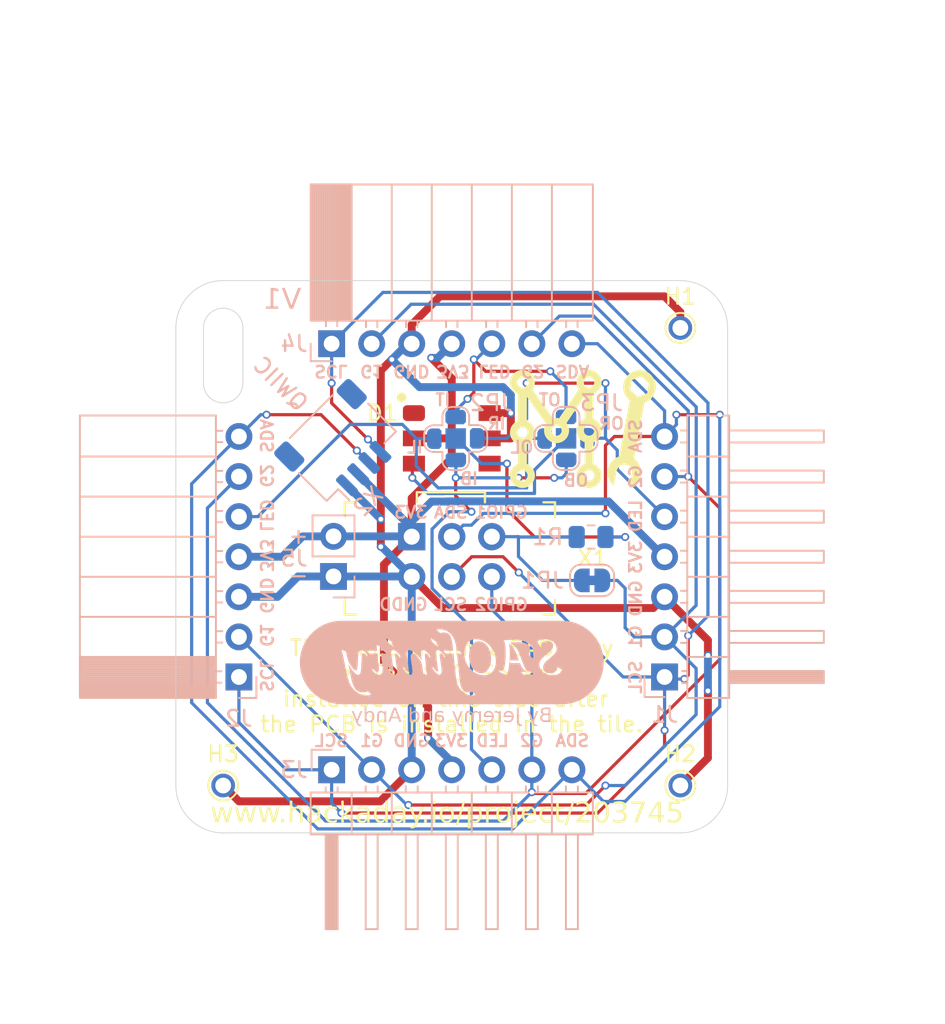
<source format=kicad_pcb>
(kicad_pcb (version 20240108) (generator "pcbnew") (generator_version "8.0")
  (title_block (title "SAO Demo Controller") (date "2024-09-24") (rev "1.0") (company "Machine Ideas, LLC") (comment 1 "Andy Geppert"))
  (layers (0 "F.Cu" signal) (31 "B.Cu" signal) (34 "B.Paste" user) (35 "F.Paste" user) (36 "B.SilkS" user "B.Silkscreen") (37 "F.SilkS" user "F.Silkscreen") (38 "B.Mask" user) (39 "F.Mask" user) (44 "Edge.Cuts" user))
  (net 0 "")
  (net 1 "GND")
  (net 2 "GPIO_2")
  (net 3 "3V3")
  (net 4 "GPIO_1")
  (net 5 "SCL")
  (net 6 "SDA")
  (net 7 "Net-(D1-DOUT)")
  (net 8 "Net-(D1-DIN)")
  (net 10 "LED_LFT")
  (net 11 "LED_RGT")
  (net 12 "LED_BOT")
  (net 13 "LED_TOP")
  (net 14 "Net-(JP1-A)")
  (footprint "Andy_Footprint_Library:Badgelife-SAOv169-BADGE-2x3-no-front-text-yes-front-outline" (layer "F.Cu") (at 105.9682 147.5251)
    (property "Reference" "X1" (at 8.94 0.08 0) (layer "F.SilkS"))
    (property "Value" "SAO_conn")
    (fp_text user "GNDD" (at -3.06 3.028 0) (layer "B.SilkS") (effects (font (size 0.75 0.75)) (justify mirror)))
    (fp_text user "SDA" (at -0.06 -2.814 0) (layer "B.SilkS") (effects (font (size 0.75 0.75)) (justify mirror)))
    (fp_text user "SCL" (at -0.06 3.028 0) (layer "B.SilkS") (effects (font (size 0.75 0.75)) (justify mirror)))
    (fp_text user "GPIO2" (at 3.14 3.028 0) (layer "B.SilkS") (effects (font (size 0.75 0.75)) (justify mirror)))
    (fp_text user "3V3" (at -2.6 -2.814 0) (layer "B.SilkS") (effects (font (size 0.75 0.75)) (justify mirror)))
    (fp_text user "GPIO1" (at 3.14 -2.814 0) (layer "B.SilkS") (effects (font (size 0.75 0.75)) (justify mirror)))
    (pad "1" thru_hole rect (at -2.54 -1.27 270) (size 1.7272 1.7272) (drill 1.016) (layers "*.Cu" "*.Mask") (net 3 "3V3"))
    (pad "2" thru_hole circle (at -2.54 1.27 270) (size 1.7272 1.7272) (drill 1.016) (layers "*.Cu" "*.Mask") (net 1 "GND"))
    (pad "3" thru_hole oval (at 0 -1.27 270) (size 1.7272 1.7272) (drill 1.016) (layers "*.Cu" "*.Mask") (net 6 "SDA"))
    (pad "4" thru_hole oval (at 0 1.27 270) (size 1.7272 1.7272) (drill 1.016) (layers "*.Cu" "*.Mask") (net 5 "SCL"))
    (pad "5" thru_hole circle (at 2.54 -1.27 270) (size 1.7272 1.7272) (drill 1.016) (layers "*.Cu" "*.Mask") (net 14 "Net-(JP1-A)"))
    (pad "6" thru_hole circle (at 2.54 1.27 270) (size 1.7272 1.7272) (drill 1.016) (layers "*.Cu" "*.Mask") (net 2 "GPIO_2"))
  )
  (footprint "Andy_Footprint_Library:Machine_Ideas_logo" (layer "F.Cu") (at 114.7182 139.6901)
    (property "Reference" "L1" (hide yes))
    (property "Value" "~" (hide yes))
  )
  (footprint "Andy_Footprint_Library:TestPoint_THTPad_D1.5mm_Drill1.0mm" (layer "F.Cu") (at 91.4682 162.0251)
    (property "Reference" "H3" (at 0 -1.998 0) (layer "F.SilkS"))
    (property "Value" "MountingHole_Pad")
    (pad "1" thru_hole circle (at 0 0) (size 1.5 1.5) (drill 1) (layers "*.Cu" "*.Mask") (net 1 "GND"))
  )
  (footprint "Andy_Footprint_Library:TestPoint_THTPad_D1.5mm_Drill1.0mm" (layer "F.Cu") (at 120.4682 162.0251)
    (property "Reference" "H2" (at 0 -1.998 0) (layer "F.SilkS"))
    (property "Value" "MountingHole_Pad")
    (pad "1" thru_hole circle (at 0 0) (size 1.5 1.5) (drill 1) (layers "*.Cu" "*.Mask") (net 1 "GND"))
  )
  (footprint "Andy_Footprint_Library:TestPoint_THTPad_D1.5mm_Drill1.0mm" (layer "F.Cu") (at 120.4682 133.0251)
    (property "Reference" "H1" (at 0 -1.998 0) (layer "F.SilkS"))
    (property "Value" "MountingHole_Pad")
    (pad "1" thru_hole circle (at 0 0) (size 1.5 1.5) (drill 1) (layers "*.Cu" "*.Mask") (net 1 "GND"))
  )
  (footprint "Andy_Footprint_Library:LED_WS2813_PLCC6_5.0x5.0mm_P1.6mm_Core64_Abg_Mod" (layer "F.Cu") (at 105.9682 140.0251)
    (property "Reference" "D1" (at -4.4 -1.6 0) (layer "F.SilkS"))
    (property "Value" "WS2813C")
    (pad "1" smd roundrect (at -2.4 -1.6) (size 1.4 1) (layers "F.Cu" "F.Paste" "F.Mask"))
    (pad "2" smd rect (at -2.4 0) (size 1.4 1) (layers "F.Cu" "F.Paste" "F.Mask") (net 3 "3V3"))
    (pad "3" smd rect (at -2.4 1.6) (size 1.4 1) (layers "F.Cu" "F.Paste" "F.Mask") (net 7 "Net-(D1-DOUT)"))
    (pad "4" smd rect (at 2.4 1.6) (size 1.4 1) (layers "F.Cu" "F.Paste" "F.Mask") (net 8 "Net-(D1-DIN)"))
    (pad "5" smd rect (at 2.4 0) (size 1.4 1) (layers "F.Cu" "F.Paste" "F.Mask") (net 1 "GND"))
    (pad "6" smd rect (at 2.4 -1.6) (size 1.4 1) (layers "F.Cu" "F.Paste" "F.Mask") (net 1 "GND"))
  )
  (footprint "Connector_PinSocket_2.54mm:PinSocket_1x02_P2.54mm_Vertical" (layer "B.Cu") (at 98.4682 148.7751)
    (property "Reference" "J5" (at -2.5 -1.15 180) (layer "B.SilkS") (effects (justify mirror)))
    (property "Value" "Conn_01x02_Pin")
    (pad "1" thru_hole rect (at 0 0) (size 1.7 1.7) (drill 1) (layers "*.Cu" "*.Mask") (net 1 "GND"))
    (pad "2" thru_hole oval (at 0 -2.54) (size 1.7 1.7) (drill 1) (layers "*.Cu" "*.Mask") (net 3 "3V3"))
  )
  (footprint "Connector_PinSocket_2.54mm:PinSocket_1x07_P2.54mm_Horizontal" (layer "B.Cu") (at 92.4682 155.1451)
    (property "Reference" "J2" (at 0 2.63 0) (layer "B.SilkS") (effects (justify mirror)))
    (property "Value" "Conn_01x07_Socket")
    (pad "1" thru_hole rect (at 0 0) (size 1.7 1.7) (drill 1) (layers "*.Cu" "*.Mask") (net 5 "SCL"))
    (pad "2" thru_hole oval (at 0 -2.54) (size 1.7 1.7) (drill 1) (layers "*.Cu" "*.Mask") (net 4 "GPIO_1"))
    (pad "3" thru_hole oval (at 0 -5.08) (size 1.7 1.7) (drill 1) (layers "*.Cu" "*.Mask") (net 1 "GND"))
    (pad "4" thru_hole oval (at 0 -7.62) (size 1.7 1.7) (drill 1) (layers "*.Cu" "*.Mask") (net 3 "3V3"))
    (pad "5" thru_hole oval (at 0 -10.16) (size 1.7 1.7) (drill 1) (layers "*.Cu" "*.Mask") (net 10 "LED_LFT"))
    (pad "6" thru_hole oval (at 0 -12.7) (size 1.7 1.7) (drill 1) (layers "*.Cu" "*.Mask") (net 2 "GPIO_2"))
    (pad "7" thru_hole oval (at 0 -15.24) (size 1.7 1.7) (drill 1) (layers "*.Cu" "*.Mask") (net 6 "SDA"))
  )
  (footprint "Andy_Footprint_Library:SolderJumper-5_P1.3mm_Open_RoundedPad1.0x1.5mm_NumberLabels" (layer "B.Cu") (at 106.2182 140.0351 180)
    (property "Reference" "JP2" (at -2.25 2.26 0) (layer "B.SilkS") (effects (justify mirror)))
    (property "Value" "SolderJumper_5_Open")
    (fp_poly (pts (xy 0.9 0.49) (xy 1.05 0.64) (xy 1.5 0.64) (xy 1.5 -0.66) (xy 1.05 -0.66) (xy 0.9 -0.51)) (fill solid) (layer "B.Cu"))
    (fp_poly (pts (xy 0.49 -0.9) (xy 0.64 -1.05) (xy 0.64 -1.5) (xy -0.66 -1.5) (xy -0.66 -1.05) (xy -0.51 -0.9)) (fill solid) (layer "B.Cu"))
    (fp_poly (pts (xy -0.5 0.9) (xy -0.65 1.05) (xy -0.65 1.5) (xy 0.65 1.5) (xy 0.65 1.05) (xy 0.5 0.9)) (fill solid) (layer "B.Cu"))
    (fp_poly (pts (xy -0.9 -0.49) (xy -1.05 -0.64) (xy -1.5 -0.64) (xy -1.5 0.66) (xy -1.05 0.66) (xy -0.9 0.51)) (fill solid) (layer "B.Cu"))
    (pad "1" smd roundrect (at 0 1.5 180) (size 1.3 0.65) (layers "B.Cu" "B.Mask") (roundrect_rratio 0.4) (net 13 "LED_TOP"))
    (pad "2" smd roundrect (at 1.5 -0.01 270) (size 1.3 0.65) (layers "B.Cu" "B.Mask") (roundrect_rratio 0.5) (net 10 "LED_LFT"))
    (pad "3" smd roundrect (at -0.01 -1.5) (size 1.3 0.65) (layers "B.Cu" "B.Mask") (roundrect_rratio 0.5) (net 12 "LED_BOT"))
    (pad "4" smd roundrect (at -1.5 0.01 90) (size 1.3 0.65) (layers "B.Cu" "B.Mask") (roundrect_rratio 0.5) (net 11 "LED_RGT"))
    (pad "5" smd rect (at 0 0 180) (size 1.3 1.3) (layers "B.Cu" "B.Mask") (net 8 "Net-(D1-DIN)"))
  )
  (footprint "Andy_Footprint_Library:SolderJumper-5_P1.3mm_Open_RoundedPad1.0x1.5mm_NumberLabels" (layer "B.Cu") (at 113.2182 140.0251 180)
    (property "Reference" "JP3" (at -2.25 2.25 0) (layer "B.SilkS") (effects (justify mirror)))
    (property "Value" "SolderJumper_5_Open")
    (fp_poly (pts (xy 0.9 0.49) (xy 1.05 0.64) (xy 1.5 0.64) (xy 1.5 -0.66) (xy 1.05 -0.66) (xy 0.9 -0.51)) (fill solid) (layer "B.Cu"))
    (fp_poly (pts (xy 0.49 -0.9) (xy 0.64 -1.05) (xy 0.64 -1.5) (xy -0.66 -1.5) (xy -0.66 -1.05) (xy -0.51 -0.9)) (fill solid) (layer "B.Cu"))
    (fp_poly (pts (xy -0.5 0.9) (xy -0.65 1.05) (xy -0.65 1.5) (xy 0.65 1.5) (xy 0.65 1.05) (xy 0.5 0.9)) (fill solid) (layer "B.Cu"))
    (fp_poly (pts (xy -0.9 -0.49) (xy -1.05 -0.64) (xy -1.5 -0.64) (xy -1.5 0.66) (xy -1.05 0.66) (xy -0.9 0.51)) (fill solid) (layer "B.Cu"))
    (pad "1" smd roundrect (at 0 1.5 180) (size 1.3 0.65) (layers "B.Cu" "B.Mask") (roundrect_rratio 0.4) (net 13 "LED_TOP"))
    (pad "2" smd roundrect (at 1.5 -0.01 270) (size 1.3 0.65) (layers "B.Cu" "B.Mask") (roundrect_rratio 0.5) (net 10 "LED_LFT"))
    (pad "3" smd roundrect (at -0.01 -1.5) (size 1.3 0.65) (layers "B.Cu" "B.Mask") (roundrect_rratio 0.5) (net 12 "LED_BOT"))
    (pad "4" smd roundrect (at -1.5 0.01 90) (size 1.3 0.65) (layers "B.Cu" "B.Mask") (roundrect_rratio 0.5) (net 11 "LED_RGT"))
    (pad "5" smd rect (at 0 0 180) (size 1.3 1.3) (layers "B.Cu" "B.Mask") (net 7 "Net-(D1-DOUT)"))
  )
  (footprint "Connector_PinSocket_2.54mm:PinSocket_1x07_P2.54mm_Horizontal" (layer "B.Cu") (at 98.3482 134.0251 -90)
    (property "Reference" "J4" (at 0 2.38 180) (layer "B.SilkS") (effects (justify mirror)))
    (property "Value" "Conn_01x07_Socket")
    (pad "1" thru_hole rect (at 0 0 270) (size 1.7 1.7) (drill 1) (layers "*.Cu" "*.Mask") (net 5 "SCL"))
    (pad "2" thru_hole oval (at 0 -2.54 270) (size 1.7 1.7) (drill 1) (layers "*.Cu" "*.Mask") (net 4 "GPIO_1"))
    (pad "3" thru_hole oval (at 0 -5.08 270) (size 1.7 1.7) (drill 1) (layers "*.Cu" "*.Mask") (net 1 "GND"))
    (pad "4" thru_hole oval (at 0 -7.62 270) (size 1.7 1.7) (drill 1) (layers "*.Cu" "*.Mask") (net 3 "3V3"))
    (pad "5" thru_hole oval (at 0 -10.16 270) (size 1.7 1.7) (drill 1) (layers "*.Cu" "*.Mask") (net 13 "LED_TOP"))
    (pad "6" thru_hole oval (at 0 -12.7 270) (size 1.7 1.7) (drill 1) (layers "*.Cu" "*.Mask") (net 2 "GPIO_2"))
    (pad "7" thru_hole oval (at 0 -15.24 270) (size 1.7 1.7) (drill 1) (layers "*.Cu" "*.Mask") (net 6 "SDA"))
  )
  (footprint "kibuzzard-68D4AC2E" (layer "B.Cu") (at 105.9682 154.2251 180)
    (property "Reference" "kibuzzard-68D4AC2E" (hide yes))
    (property "Value" "G***" (hide yes))
  )
  (footprint "Connector_PinHeader_2.54mm:PinHeader_1x07_P2.54mm_Horizontal" (layer "B.Cu") (at 119.4682 155.1451)
    (property "Reference" "J1" (at 0 2.38 0) (layer "B.SilkS") (effects (justify mirror)))
    (property "Value" "Conn_01x07_Pin")
    (pad "1" thru_hole rect (at 0 0) (size 1.7 1.7) (drill 1) (layers "*.Cu" "*.Mask") (net 5 "SCL"))
    (pad "2" thru_hole oval (at 0 -2.54) (size 1.7 1.7) (drill 1) (layers "*.Cu" "*.Mask") (net 4 "GPIO_1"))
    (pad "3" thru_hole oval (at 0 -5.08) (size 1.7 1.7) (drill 1) (layers "*.Cu" "*.Mask") (net 1 "GND"))
    (pad "4" thru_hole oval (at 0 -7.62) (size 1.7 1.7) (drill 1) (layers "*.Cu" "*.Mask") (net 3 "3V3"))
    (pad "5" thru_hole oval (at 0 -10.16) (size 1.7 1.7) (drill 1) (layers "*.Cu" "*.Mask") (net 11 "LED_RGT"))
    (pad "6" thru_hole oval (at 0 -12.7) (size 1.7 1.7) (drill 1) (layers "*.Cu" "*.Mask") (net 2 "GPIO_2"))
    (pad "7" thru_hole oval (at 0 -15.24) (size 1.7 1.7) (drill 1) (layers "*.Cu" "*.Mask") (net 6 "SDA"))
  )
  (footprint "Connector_JST:JST_SH_SM04B-SRSS-TB_1x04-1MP_P1.00mm_Horizontal" (layer "B.Cu") (at 98.9682 140.5251 45)
    (property "Reference" "X2" (at -1.272792 3.676955 45) (layer "B.SilkS") (effects (justify mirror)))
    (property "Value" "QWIIC")
    (pad "1" smd roundrect (at -1.5 2 45) (size 0.6 1.55) (layers "B.Cu" "B.Paste" "B.Mask") (net 1 "GND"))
    (pad "2" smd roundrect (at -0.5 2 45) (size 0.6 1.55) (layers "B.Cu" "B.Paste" "B.Mask") (net 3 "3V3"))
    (pad "3" smd roundrect (at 0.5 2 45) (size 0.6 1.55) (layers "B.Cu" "B.Paste" "B.Mask") (net 6 "SDA"))
    (pad "4" smd roundrect (at 1.5 2 45) (size 0.6 1.55) (layers "B.Cu" "B.Paste" "B.Mask") (net 5 "SCL"))
    (pad "MP" smd roundrect (at -2.8 -1.875 45) (size 1.2 1.8) (layers "B.Cu" "B.Paste" "B.Mask") (roundrect_rratio 0.208333))
    (pad "MP" smd roundrect (at 2.8 -1.875 45) (size 1.2 1.8) (layers "B.Cu" "B.Paste" "B.Mask") (roundrect_rratio 0.208333))
  )
  (footprint "Connector_PinHeader_2.54mm:PinHeader_1x07_P2.54mm_Horizontal" (layer "B.Cu") (at 98.3482 161.0251 -90)
    (property "Reference" "J3" (at 0 2.38 180) (layer "B.SilkS") (effects (justify mirror)))
    (property "Value" "Conn_01x07_Pin")
    (pad "1" thru_hole rect (at 0 0 270) (size 1.7 1.7) (drill 1) (layers "*.Cu" "*.Mask") (net 5 "SCL"))
    (pad "2" thru_hole oval (at 0 -2.54 270) (size 1.7 1.7) (drill 1) (layers "*.Cu" "*.Mask") (net 4 "GPIO_1"))
    (pad "3" thru_hole oval (at 0 -5.08 270) (size 1.7 1.7) (drill 1) (layers "*.Cu" "*.Mask") (net 1 "GND"))
    (pad "4" thru_hole oval (at 0 -7.62 270) (size 1.7 1.7) (drill 1) (layers "*.Cu" "*.Mask") (net 3 "3V3"))
    (pad "5" thru_hole oval (at 0 -10.16 270) (size 1.7 1.7) (drill 1) (layers "*.Cu" "*.Mask") (net 12 "LED_BOT"))
    (pad "6" thru_hole oval (at 0 -12.7 270) (size 1.7 1.7) (drill 1) (layers "*.Cu" "*.Mask") (net 2 "GPIO_2"))
    (pad "7" thru_hole oval (at 0 -15.24 270) (size 1.7 1.7) (drill 1) (layers "*.Cu" "*.Mask") (net 6 "SDA"))
  )
  (footprint "Jumper:SolderJumper-2_P1.3mm_Bridged_RoundedPad1.0x1.5mm" (layer "B.Cu") (at 114.8682 149.0251)
    (property "Reference" "JP1" (at -3.15 0 0) (layer "B.SilkS") (effects (justify mirror)))
    (property "Value" "SJ_GPIO1")
    (fp_poly (pts (xy 0.25 0.3) (xy -0.25 0.3) (xy -0.25 -0.3) (xy 0.25 -0.3)) (fill solid) (layer "B.Cu"))
    (pad "1" smd custom (at -0.65 0) (size 1 0.5) (layers "B.Cu" "B.Mask") (net 14 "Net-(JP1-A)") (options (clearance outline) (anchor rect)) (primitives (gr_circle (center 0 -0.25) (end 0.5 -0.25) (width 0) (fill yes)) (gr_circle (center 0 0.25) (end 0.5 0.25) (width 0) (fill yes)) (gr_poly (pts (xy 0.5 -0.75) (xy 0 -0.75) (xy 0 0.75) (xy 0.5 0.75)) (width 0) (fill yes))))
    (pad "2" smd custom (at 0.65 0) (size 1 0.5) (layers "B.Cu" "B.Mask") (net 4 "GPIO_1") (options (clearance outline) (anchor rect)) (primitives (gr_circle (center 0 -0.25) (end 0.5 -0.25) (width 0) (fill yes)) (gr_circle (center 0 0.25) (end 0.5 0.25) (width 0) (fill yes)) (gr_poly (pts (xy 0 -0.75) (xy -0.5 -0.75) (xy -0.5 0.75) (xy 0 0.75)) (width 0) (fill yes))))
  )
  (footprint "Resistor_SMD:R_0805_2012Metric" (layer "B.Cu") (at 114.8057 146.2751)
    (property "Reference" "R1" (at -2.75 0 0) (layer "B.SilkS") (effects (justify mirror)))
    (property "Value" "470")
    (pad "1" smd roundrect (at -0.9125 0) (size 1.025 1.4) (layers "B.Cu" "B.Paste" "B.Mask") (roundrect_rratio 0.243902) (net 14 "Net-(JP1-A)"))
    (pad "2" smd roundrect (at 0.9125 0) (size 1.025 1.4) (layers "B.Cu" "B.Paste" "B.Mask") (roundrect_rratio 0.243902) (net 8 "Net-(D1-DIN)"))
  )
  (gr_line (start 88.4682 133.0251) (end 88.4682 162.0251) (stroke (width 0.05)) (layer "Edge.Cuts"))
  (gr_line (start 90.2182 136.5251) (end 90.2182 133.0251) (stroke (width 0.05)) (layer "Edge.Cuts"))
  (gr_arc (start 92.7182 136.5251) (mid 91.4682 137.7751) (end 90.2182 136.5251) (stroke (width 0.05)) (layer "Edge.Cuts"))
  (gr_arc (start 120.4682 130.0251) (mid 122.58952 130.90378) (end 123.4682 133.0251) (stroke (width 0.05)) (layer "Edge.Cuts"))
  (gr_line (start 123.4682 162.0251) (end 123.4682 133.0251) (stroke (width 0.05)) (layer "Edge.Cuts"))
  (gr_line (start 91.4682 165.0251) (end 120.4682 165.0251) (stroke (width 0.05)) (layer "Edge.Cuts"))
  (gr_arc (start 123.4682 162.0251) (mid 122.58952 164.14642) (end 120.4682 165.0251) (stroke (width 0.05)) (layer "Edge.Cuts"))
  (gr_line (start 120.4682 130.0251) (end 91.4682 130.0251) (stroke (width 0.05)) (layer "Edge.Cuts"))
  (gr_arc (start 90.2182 133.0251) (mid 91.4682 131.7751) (end 92.7182 133.0251) (stroke (width 0.05)) (layer "Edge.Cuts"))
  (gr_arc (start 88.4682 133.0251) (mid 89.34688 130.90378) (end 91.4682 130.0251) (stroke (width 0.05)) (layer "Edge.Cuts"))
  (gr_arc (start 91.4682 165.0251) (mid 89.34688 164.14642) (end 88.4682 162.0251) (stroke (width 0.05)) (layer "Edge.Cuts"))
  (gr_line (start 92.7182 133.0251) (end 92.7182 136.5251) (stroke (width 0.05)) (layer "Edge.Cuts"))
  (gr_text "SCL" (at 93.7682 156.1751 -90) (layer "B.SilkS") (effects (font (size 0.75 0.75)) (justify left bottom mirror)))
  (gr_text "SDA" (at 118.0682 138.7251 90) (layer "B.SilkS") (effects (font (size 0.75 0.75)) (justify left bottom mirror)))
  (gr_text "LED" (at 118.0682 143.8251 90) (layer "B.SilkS") (effects (font (size 0.75 0.75)) (justify left bottom mirror)))
  (gr_text "+" (at 96.9682 146.7751 0) (layer "B.SilkS") (effects (font (size 1 1)) (justify left bottom mirror)))
  (gr_text "SCL" (at 118.0682 154.0251 90) (layer "B.SilkS") (effects (font (size 0.75 0.75)) (justify left bottom mirror)))
  (gr_text "GND" (at 104.6682 159.6251 0) (layer "B.SilkS") (effects (font (size 0.75 0.75)) (justify left bottom mirror)))
  (gr_text "SDA" (at 93.7682 141.0251 -90) (layer "B.SilkS") (effects (font (size 0.75 0.75)) (justify left bottom mirror)))
  (gr_text "SCL" (at 97.1682 135.3251 180) (layer "B.SilkS") (effects (font (size 0.75 0.75)) (justify left bottom mirror)))
  (gr_text "G2" (at 118.0682 141.6251 90) (layer "B.SilkS") (effects (font (size 0.75 0.75)) (justify left bottom mirror)))
  (gr_text "G1" (at 93.7682 153.3251 -90) (layer "B.SilkS") (effects (font (size 0.75 0.75)) (justify left bottom mirror)))
  (gr_text "IT" (at 105.9682 138.0251 0) (layer "B.SilkS") (effects (font (size 0.75 0.75)) (justify left bottom mirror)))
  (gr_text "OT" (at 112.9682 138.0251 0) (layer "B.SilkS") (effects (font (size 0.75 0.75)) (justify left bottom mirror)))
  (gr_text "G1" (at 100.0682 135.3251 180) (layer "B.SilkS") (effects (font (size 0.75 0.75)) (justify left bottom mirror)))
  (gr_text "G1" (at 118.0682 151.7751 90) (layer "B.SilkS") (effects (font (size 0.75 0.75)) (justify left bottom mirror)))
  (gr_text "V1" (at 95.2182 131.2751 0) (layer "B.SilkS") (effects (font (size 1.3 1.3) (thickness 0.2032)) (justify mirror)))
  (gr_text "3V3" (at 107.0682 159.6251 0) (layer "B.SilkS") (effects (font (size 0.75 0.75)) (justify left bottom mirror)))
  (gr_text "3V3" (at 118.0682 146.4251 90) (layer "B.SilkS") (effects (font (size 0.75 0.75)) (justify left bottom mirror)))
  (gr_text "SDA" (at 112.4682 135.3251 180) (layer "B.SilkS") (effects (font (size 0.75 0.75)) (justify left bottom mirror)))
  (gr_text "IB" (at 107.7182 143.0251 0) (layer "B.SilkS") (effects (font (size 0.75 0.75)) (justify left bottom mirror)))
  (gr_text "IL" (at 104.2182 141.0251 0) (layer "B.SilkS") (effects (font (size 0.75 0.75)) (justify left bottom mirror)))
  (gr_text "G2" (at 110.2682 135.3251 180) (layer "B.SilkS") (effects (font (size 0.75 0.75)) (justify left bottom mirror)))
  (gr_text "GND" (at 102.1682 135.3251 180) (layer "B.SilkS") (effects (font (size 0.75 0.75)) (justify left bottom mirror)))
  (gr_text "3V3" (at 93.7682 148.5751 -90) (layer "B.SilkS") (effects (font (size 0.75 0.75)) (justify left bottom mirror)))
  (gr_text "G1" (at 101.7182 159.6251 0) (layer "B.SilkS") (effects (font (size 0.75 0.75)) (justify left bottom mirror)))
  (gr_text "G2" (at 93.7682 143.2251 -90) (layer "B.SilkS") (effects (font (size 0.75 0.75)) (justify left bottom mirror)))
  (gr_text "OL" (at 111.2182 141.0251 0) (layer "B.SilkS") (effects (font (size 0.75 0.75)) (justify left bottom mirror)))
  (gr_text "LED" (at 107.5682 135.3251 180) (layer "B.SilkS") (effects (font (size 0.75 0.75)) (justify left bottom mirror)))
  (gr_text "OR" (at 116.9682 139.5251 0) (layer "B.SilkS") (effects (font (size 0.75 0.75)) (justify left bottom mirror)))
  (gr_text "3V3" (at 104.9182 135.3251 180) (layer "B.SilkS") (effects (font (size 0.75 0.75)) (justify left bottom mirror)))
  (gr_text "SDA" (at 114.7682 159.6251 0) (layer "B.SilkS") (effects (font (size 0.75 0.75)) (justify left bottom mirror)))
  (gr_text "OB" (at 114.7182 143.1251 0) (layer "B.SilkS") (effects (font (size 0.75 0.75)) (justify left bottom mirror)))
  (gr_text "QWIIC" (at 96.2182 138.5251 -45) (layer "B.SilkS") (effects (font (size 1 1)) (justify left bottom mirror)))
  (gr_text "-" (at 96.9682 149.2751 0) (layer "B.SilkS") (effects (font (size 1 1)) (justify left bottom mirror)))
  (gr_text "SCL" (at 99.4682 159.6251 0) (layer "B.SilkS") (effects (font (size 0.75 0.75)) (justify left bottom mirror)))
  (gr_text "GND" (at 93.7682 151.2251 -90) (layer "B.SilkS") (effects (font (size 0.75 0.75)) (justify left bottom mirror)))
  (gr_text "IR" (at 109.4682 139.5251 0) (layer "B.SilkS") (effects (font (size 0.75 0.75)) (justify left bottom mirror)))
  (gr_text "G2" (at 111.8682 159.6251 0) (layer "B.SilkS") (effects (font (size 0.75 0.75)) (justify left bottom mirror)))
  (gr_text "LED" (at 109.6682 159.6251 0) (layer "B.SilkS") (effects (font (size 0.75 0.75)) (justify left bottom mirror)))
  (gr_text "GND" (at 118.0682 148.9251 90) (layer "B.SilkS") (effects (font (size 0.75 0.75)) (justify left bottom mirror)))
  (gr_text "By Jeremy and Andy" (at 105.9682 157.6251 0) (layer "B.SilkS") (effects (font (size 0.9 0.9) (thickness 0.2032)) (justify mirror)))
  (gr_text "LED" (at 93.7682 146.0251 -90) (layer "B.SilkS") (effects (font (size 0.75 0.75)) (justify left bottom mirror)))
  (gr_text "This face against SAOfinity\ntile. The SAO Socket is\ninstalled on this side after \nthe PCB is installed in the tile." (at 105.9682 158.7251 0) (layer "F.SilkS") (effects (font (size 1 1)) (justify bottom)))
  (gr_text "www.hackaday.io/project/203745" (at 105.6682 163.8251 0) (layer "F.SilkS") (effects (font (size 1.3 1.3) (thickness 0.2032))))
  (segment (start 105.2182 131.0251) (end 119.4682 131.0251) (width 0.5) (layer "F.Cu") (net 1))
  (segment (start 102.1682 135.0251) (end 101.4682 135.7251) (width 0.5) (layer "F.Cu") (net 1))
  (segment (start 109.7182 138.4251) (end 108.3682 138.4251) (width 0.5) (layer "F.Cu") (net 1))
  (segment (start 103.4282 161.0251) (end 101.4282 163.0251) (width 0.5) (layer "F.Cu") (net 1))
  (segment (start 122.2182 156.0251) (end 122.2182 160.2751) (width 0.5) (layer "F.Cu") (net 1))
  (segment (start 101.4282 163.0251) (end 92.4682 163.0251) (width 0.5) (layer "F.Cu") (net 1))
  (segment (start 101.4682 146.8915) (end 101.4682 145.146421) (width 0.5) (layer "F.Cu") (net 1))
  (segment (start 118.7582 150.7751) (end 105.4082 150.7751) (width 0.5) (layer "F.Cu") (net 1))
  (segment (start 119.4682 150.0651) (end 118.7582 150.7751) (width 0.5) (layer "F.Cu") (net 1))
  (segment (start 109.7182 140.0251) (end 109.7182 138.4251) (width 0.5) (layer "F.Cu") (net 1))
  (segment (start 101.4682 135.7251) (end 101.4682 145.146421) (width 0.5) (layer "F.Cu") (net 1))
  (segment (start 105.4082 150.7751) (end 103.4282 148.7951) (width 0.5) (layer "F.Cu") (net 1))
  (segment (start 122.2182 160.2751) (end 120.4682 162.0251) (width 0.5) (layer "F.Cu") (net 1))
  (segment (start 119.4682 150.0651) (end 122.2182 152.8151) (width 0.5) (layer "F.Cu") (net 1))
  (segment (start 120.4682 132.0251) (end 120.4682 133.0251) (width 0.5) (layer "F.Cu") (net 1))
  (segment (start 103.4282 134.0251) (end 103.4282 132.8151) (width 0.5) (layer "F.Cu") (net 1))
  (segment (start 92.4682 163.0251) (end 91.4682 162.0251) (width 0.5) (layer "F.Cu") (net 1))
  (segment (start 108.3682 140.0251) (end 109.7182 140.0251) (width 0.5) (layer "F.Cu") (net 1))
  (segment (start 103.4282 132.8151) (end 105.2182 131.0251) (width 0.5) (layer "F.Cu") (net 1))
  (segment (start 122.2182 152.8151) (end 122.2182 153.7751) (width 0.5) (layer "F.Cu") (net 1))
  (segment (start 119.4682 131.0251) (end 120.4682 132.0251) (width 0.5) (layer "F.Cu") (net 1))
  (via (at 122.2182 153.7751) (size 0.508) (drill 0.3048) (layers "F.Cu" "B.Cu") (net 1))
  (via (at 102.1682 135.0251) (size 0.508) (drill 0.3048) (layers "F.Cu" "B.Cu") (net 1))
  (via (at 101.4682 146.8915) (size 0.508) (drill 0.3048) (layers "F.Cu" "B.Cu") (net 1))
  (via (at 109.7182 138.4251) (size 0.508) (drill 0.3048) (layers "F.Cu" "B.Cu") (net 1))
  (via (at 122.2182 156.0251) (size 0.508) (drill 0.3048) (layers "F.Cu" "B.Cu") (net 1))
  (via (at 101.4682 145.146421) (size 0.508) (drill 0.3048) (layers "F.Cu" "B.Cu") (net 1))
  (segment (start 103.4082 148.7751) (end 103.4282 148.7951) (width 0.2032) (layer "B.Cu") (net 1))
  (segment (start 102.1682 135.0251) (end 103.9182 136.7751) (width 0.5) (layer "B.Cu") (net 1))
  (segment (start 109.7182 137.2751) (end 109.7182 138.4251) (width 0.5) (layer "B.Cu") (net 1))
  (segment (start 98.4682 148.7751) (end 103.4082 148.7751) (width 0.5) (layer "B.Cu") (net 1))
  (segment (start 101.4682 145.146421) (end 99.321753 142.999974) (width 0.5) (layer "B.Cu") (net 1))
  (segment (start 122.2182 153.7751) (end 122.2182 156.0251) (width 0.5) (layer "B.Cu") (net 1))
  (segment (start 103.9182 136.7751) (end 109.2182 136.7751) (width 0.5) (layer "B.Cu") (net 1))
  (segment (start 98.4682 148.7751) (end 96.2182 148.7751) (width 0.5) (layer "B.Cu") (net 1))
  (segment (start 103.4282 148.7951) (end 103.4282 161.0251) (width 0.5) (layer "B.Cu") (net 1))
  (segment (start 103.1682 134.0251) (end 103.4282 134.0251) (width 0.5) (layer "B.Cu") (net 1))
  (segment (start 101.5246 146.8915) (end 103.4282 148.7951) (width 0.5) (layer "B.Cu") (net 1))
  (segment (start 102.1682 135.0251) (end 103.1682 134.0251) (width 0.5) (layer "B.Cu") (net 1))
  (segment (start 101.4682 146.8915) (end 101.5246 146.8915) (width 0.5) (layer "B.Cu") (net 1))
  (segment (start 96.2182 148.7751) (end 94.9282 150.0651) (width 0.5) (layer "B.Cu") (net 1))
  (segment (start 109.2182 136.7751) (end 109.7182 137.2751) (width 0.5) (layer "B.Cu") (net 1))
  (segment (start 94.9282 150.0651) (end 92.4682 150.0651) (width 0.5) (layer "B.Cu") (net 1))
  (segment (start 122.9682 154.0251) (end 122.9682 144.4451) (width 0.2032) (layer "F.Cu") (net 2))
  (segment (start 111.1282 162.5251) (end 114.4682 162.5251) (width 0.2032) (layer "F.Cu") (net 2))
  (segment (start 114.4682 162.5251) (end 122.9682 154.0251) (width 0.2032) (layer "F.Cu") (net 2))
  (segment (start 111.0482 162.4451) (end 111.1282 162.5251) (width 0.2032) (layer "F.Cu") (net 2))
  (segment (start 122.9682 144.4451) (end 120.9682 142.4451) (width 0.2032) (layer "F.Cu") (net 2))
  (via (at 120.9682 142.4451) (size 0.508) (drill 0.3048) (layers "F.Cu" "B.Cu") (net 2))
  (via (at 111.0482 162.4451) (size 0.508) (drill 0.3048) (layers "F.Cu" "B.Cu") (net 2))
  (segment (start 120.9682 138.2751) (end 114.9682 132.2751) (width 0.2032) (layer "B.Cu") (net 2))
  (segment (start 108.5082 150.8651) (end 111.0482 153.4051) (width 0.2032) (layer "B.Cu") (net 2))
  (segment (start 120.9682 142.4451) (end 119.4682 142.4451) (width 0.2032) (layer "B.Cu") (net 2))
  (segment (start 111.0482 153.4051) (end 111.0482 161.0251) (width 0.2032) (layer "B.Cu") (net 2))
  (segment (start 111.0482 161.0251) (end 111.0482 162.4451) (width 0.2032) (layer "B.Cu") (net 2))
  (segment (start 108.5082 148.7951) (end 108.5082 150.8651) (width 0.2032) (layer "B.Cu") (net 2))
  (segment (start 90.4682 156.7751) (end 90.4682 144.4451) (width 0.2032) (layer "B.Cu") (net 2))
  (segment (start 120.9682 142.4451) (end 120.9682 138.2751) (width 0.2032) (layer "B.Cu") (net 2))
  (segment (start 90.4682 144.4451) (end 92.4682 142.4451) (width 0.2032) (layer "B.Cu") (net 2))
  (segment (start 112.7982 132.2751) (end 111.0482 134.0251) (width 0.2032) (layer "B.Cu") (net 2))
  (segment (start 109.2182 164.2751) (end 97.9682 164.2751) (width 0.2032) (layer "B.Cu") (net 2))
  (segment (start 97.9682 164.2751) (end 90.4682 156.7751) (width 0.2032) (layer "B.Cu") (net 2))
  (segment (start 111.0482 162.4451) (end 109.2182 164.2751) (width 0.2032) (layer "B.Cu") (net 2))
  (segment (start 114.9682 132.2751) (end 112.7982 132.2751) (width 0.2032) (layer "B.Cu") (net 2))
  (segment (start 105.9682 141.2751) (end 105.9682 140.0251) (width 0.5) (layer "F.Cu") (net 3))
  (segment (start 101.6682 154.2251) (end 101.6682 148.0151) (width 0.5) (layer "F.Cu") (net 3))
  (segment (start 101.6682 148.0151) (end 103.4282 146.2551) (width 0.5) (layer "F.Cu") (net 3))
  (segment (start 104.6682 134.9251) (end 105.9682 136.2251) (width 0.5) (layer "F.Cu") (net 3))
  (segment (start 105.9682 136.2251) (end 105.9682 140.0251) (width 0.5) (layer "F.Cu") (net 3))
  (segment (start 103.5682 140.0251) (end 105.9682 140.0251) (width 0.5) (layer "F.Cu") (net 3))
  (segment (start 103.4282 146.2551) (end 103.4282 143.8151) (width 0.5) (layer "F.Cu") (net 3))
  (segment (start 103.4282 143.8151) (end 105.9682 141.2751) (width 0.5) (layer "F.Cu") (net 3))
  (segment (start 104.4682 157.0251) (end 101.6682 154.2251) (width 0.5) (layer "F.Cu") (net 3))
  (segment (start 104.4682 159.0251) (end 104.4682 157.0251) (width 0.5) (layer "F.Cu") (net 3))
  (via (at 104.6682 134.9251) (size 0.508) (drill 0.3048) (layers "F.Cu" "B.Cu") (net 3))
  (via (at 104.4682 159.0251) (size 0.508) (drill 0.3048) (layers "F.Cu" "B.Cu") (net 3))
  (segment (start 105.9682 160.5251) (end 105.9682 161.0251) (width 0.5) (layer "B.Cu") (net 3))
  (segment (start 95.2182 147.5251) (end 92.4682 147.5251) (width 0.5) (layer "B.Cu") (net 3))
  (segment (start 103.4282 145.692207) (end 103.4282 146.2551) (width 0.5) (layer "B.Cu") (net 3))
  (segment (start 100.02886 142.292867) (end 103.4282 145.692207) (width 0.5) (layer "B.Cu") (net 3))
  (segment (start 98.4682 146.2351) (end 103.4082 146.2351) (width 0.5) (layer "B.Cu") (net 3))
  (segment (start 98.4682 146.2351) (end 96.5082 146.2351) (width 0.5) (layer "B.Cu") (net 3))
  (segment (start 103.4282 146.2551) (end 103.4282 145.2851) (width 0.5) (layer "B.Cu") (net 3))
  (segment (start 104.4682 159.0251) (end 105.9682 160.5251) (width 0.5) (layer "B.Cu") (net 3))
  (segment (start 105.0682 134.9251) (end 105.9682 134.0251) (width 0.5) (layer "B.Cu") (net 3))
  (segment (start 115.9102 144.0171) (end 119.4182 147.5251) (width 0.5) (layer "B.Cu") (net 3))
  (segment (start 103.4282 145.2851) (end 104.6842 144.0291) (width 0.5) (layer "B.Cu") (net 3))
  (segment (start 105.6542 144.0291) (end 105.6662 144.0171) (width 0.5) (layer "B.Cu") (net 3))
  (segment (start 96.5082 146.2351) (end 95.2182 147.5251) (width 0.5) (layer "B.Cu") (net 3))
  (segment (start 103.4082 146.2351) (end 103.4282 146.2551) (width 0.5) (layer "B.Cu") (net 3))
  (segment (start 104.6842 144.0291) (end 105.6542 144.0291) (width 0.5) (layer "B.Cu") (net 3))
  (segment (start 105.6662 144.0171) (end 115.9102 144.0171) (width 0.5) (layer "B.Cu") (net 3))
  (segment (start 104.6682 134.9251) (end 105.0682 134.9251) (width 0.5) (layer "B.Cu") (net 3))
  (segment (start 119.4182 147.5251) (end 119.4682 147.5251) (width 0.5) (layer "B.Cu") (net 3))
  (segment (start 103.2182 163.2591) (end 114.4842 163.2591) (width 0.2032) (layer "F.Cu") (net 4))
  (segment (start 114.4842 163.2591) (end 115.7182 162.0251) (width 0.2032) (layer "F.Cu") (net 4))
  (via (at 115.7182 162.0251) (size 0.508) (drill 0.3048) (layers "F.Cu" "B.Cu") (net 4))
  (via (at 103.2182 163.2591) (size 0.508) (drill 0.3048) (layers "F.Cu" "B.Cu") (net 4))
  (segment (start 119.4682 152.6051) (end 121.4682 150.6051) (width 0.2032) (layer "B.Cu") (net 4))
  (segment (start 119.4682 152.6051) (end 117.5482 152.6051) (width 0.2032) (layer "B.Cu") (net 4))
  (segment (start 116.9682 149.5251) (end 116.4682 149.0251) (width 0.2032) (layer "B.Cu") (net 4))
  (segment (start 103.2182 163.2591) (end 103.1222 163.2591) (width 0.2032) (layer "B.Cu") (net 4))
  (segment (start 92.4682 152.6051) (end 100.8882 161.0251) (width 0.2032) (layer "B.Cu") (net 4))
  (segment (start 121.4682 157.5251) (end 121.4682 154.6051) (width 0.2032) (layer "B.Cu") (net 4))
  (segment (start 116.9682 162.0251) (end 121.4682 157.5251) (width 0.2032) (layer "B.Cu") (net 4))
  (segment (start 103.3882 131.5251) (end 100.8882 134.0251) (width 0.2032) (layer "B.Cu") (net 4))
  (segment (start 115.7182 162.0251) (end 116.9682 162.0251) (width 0.2032) (layer "B.Cu") (net 4))
  (segment (start 121.4682 150.6051) (end 121.4682 142.663521) (width 0.2032) (layer "B.Cu") (net 4))
  (segment (start 116.9682 152.0251) (end 116.9682 149.5251) (width 0.2032) (layer "B.Cu") (net 4))
  (segment (start 121.4682 154.6051) (end 119.4682 152.6051) (width 0.2032) (layer "B.Cu") (net 4))
  (segment (start 100.9682 134.1051) (end 100.8882 134.0251) (width 0.2032) (layer "B.Cu") (net 4))
  (segment (start 121.4682 142.663521) (end 121.4762 142.655521) (width 0.2032) (layer "B.Cu") (net 4))
  (segment (start 121.4762 142.655521) (end 121.4762 138.0331) (width 0.2032) (layer "B.Cu") (net 4))
  (segment (start 116.4682 149.0251) (end 115.5182 149.0251) (width 0.2032) (layer "B.Cu") (net 4))
  (segment (start 121.4762 138.0331) (end 114.9682 131.5251) (width 0.2032) (layer "B.Cu") (net 4))
  (segment (start 114.9682 131.5251) (end 103.3882 131.5251) (width 0.2032) (layer "B.Cu") (net 4))
  (segment (start 103.1222 163.2591) (end 100.8882 161.0251) (width 0.2032) (layer "B.Cu") (net 4))
  (segment (start 117.5482 152.6051) (end 116.9682 152.0251) (width 0.2032) (layer "B.Cu") (net 4))
  (segment (start 109.2182 147.5251) (end 107.2382 147.5251) (width 0.2032) (layer "F.Cu") (net 5))
  (segment (start 115.2262 163.7671) (end 119.4682 159.5251) (width 0.2032) (layer "F.Cu") (net 5))
  (segment (start 120.9682 155.0251) (end 120.7182 155.2751) (width 0.2032) (layer "F.Cu") (net 5))
  (segment (start 98.3482 136.5251) (end 98.3482 137.783779) (width 0.2032) (layer "F.Cu") (net 5))
  (segment (start 119.4682 159.5251) (end 119.4682 158.5251) (width 0.2032) (layer "F.Cu") (net 5))
  (segment (start 107.2382 147.5251) (end 105.9682 148.7951) (width 0.2032) (layer "F.Cu") (net 5))
  (segment (start 100.65386 140.089439) (end 100.65386 140.08944) (width 0.2032) (layer "F.Cu") (net 5))
  (segment (start 98.3482 137.783779) (end 100.65386 140.089439) (width 0.2032) (layer "F.Cu") (net 5))
  (segment (start 98.9682 163.7671) (end 115.2262 163.7671) (width 0.2032) (layer "F.Cu") (net 5))
  (segment (start 110.2182 148.5251) (end 109.2182 147.5251) (width 0.2032) (layer "F.Cu") (net 5))
  (segment (start 120.9682 152.5251) (end 120.9682 155.0251) (width 0.2032) (layer "F.Cu") (net 5))
  (via (at 98.3482 136.5251) (size 0.508) (drill 0.3048) (layers "F.Cu" "B.Cu") (net 5))
  (via (at 119.4682 158.5251) (size 0.508) (drill 0.3048) (layers "F.Cu" "B.Cu") (net 5))
  (via (at 98.9682 163.7671) (size 0.508) (drill 0.3048) (layers "F.Cu" "B.Cu") (net 5))
  (via (at 100.65386 140.08944) (size 0.508) (drill 0.3048) (layers "F.Cu" "B.Cu") (net 5))
  (via (at 120.9682 152.5251) (size 0.508) (drill 0.3048) (layers "F.Cu" "B.Cu") (net 5))
  (via (at 110.2182 148.5251) (size 0.508) (drill 0.3048) (layers "F.Cu" "B.Cu") (net 5))
  (via (at 120.7182 155.2751) (size 0.508) (drill 0.3048) (layers "F.Cu" "B.Cu") (net 5))
  (segment (start 120.9682 152.5251) (end 122.2182 151.2751) (width 0.2032) (layer "B.Cu") (net 5))
  (segment (start 100.653861 140.08944) (end 101.443074 140.878653) (width 0.2032) (layer "B.Cu") (net 5))
  (segment (start 98.3482 163.1471) (end 98.3482 161.0251) (width 0.2032) (layer "B.Cu") (net 5))
  (segment (start 100.65386 140.08944) (end 100.653861 140.08944) (width 0.2032) (layer "B.Cu") (net 5))
  (segment (start 119.4682 158.5251) (end 119.4682 155.1451) (width 0.2032) (layer "B.Cu") (net 5))
  (segment (start 119.5982 155.2751) (end 119.4682 155.1451) (width 0.2032) (layer "B.Cu") (net 5))
  (segment (start 122.2182 137.7751) (end 115.2182 130.7751) (width 0.2032) (layer "B.Cu") (net 5))
  (segment (start 98.3482 134.0251) (end 98.3482 136.5251) (width 0.2032) (layer "B.Cu") (net 5))
  (segment (start 101.5982 130.7751) (end 98.3482 134.0251) (width 0.2032) (layer "B.Cu") (net 5))
  (segment (start 95.4682 161.0251) (end 98.3482 161.0251) (width 0.2032) (layer "B.Cu") (net 5))
  (segment (start 92.4682 155.1451) (end 92.4682 158.0251) (width 0.2032) (layer "B.Cu") (net 5))
  (segment (start 116.8382 155.1451) (end 119.4682 155.1451) (width 0.2032) (layer "B.Cu") (net 5))
  (segment (start 122.2182 151.2751) (end 122.2182 137.7751) (width 0.2032) (layer "B.Cu") (net 5))
  (segment (start 115.2182 130.7751) (end 101.5982 130.7751) (width 0.2032) (layer "B.Cu") (net 5))
  (segment (start 116.7182 155.0251) (end 110.2182 148.5251) (width 0.2032) (layer "B.Cu") (net 5))
  (segment (start 98.9682 163.7671) (end 98.3482 163.1471) (width 0.2032) (layer "B.Cu") (net 5))
  (segment (start 116.7182 155.0251) (end 116.8382 155.1451) (width 0.2032) (layer "B.Cu") (net 5))
  (segment (start 92.4682 158.0251) (end 95.4682 161.0251) (width 0.2032) (layer "B.Cu") (net 5))
  (segment (start 120.7182 155.2751) (end 119.5982 155.2751) (width 0.2032) (layer "B.Cu") (net 5))
  (segment (start 99.946753 140.796546) (end 99.946753 140.796547) (width 0.2032) (layer "F.Cu") (net 6))
  (segment (start 97.675307 138.5251) (end 99.946753 140.796546) (width 0.2032) (layer "F.Cu") (net 6))
  (segment (start 116.2882 139.9051) (end 119.4682 139.9051) (width 0.2032) (layer "F.Cu") (net 6))
  (segment (start 94.2182 138.5251) (end 97.675307 138.5251) (width 0.2032) (layer "F.Cu") (net 6))
  (segment (start 115.7182 140.4751) (end 116.2882 139.9051) (width 0.2032) (layer "F.Cu") (net 6))
  (segment (start 115.7182 144.7751) (end 115.7182 140.4751) (width 0.2032) (layer "F.Cu") (net 6))
  (segment (start 122.9682 138.5251) (end 120.2182 138.5251) (width 0.2032) (layer "F.Cu") (net 6))
  (via (at 99.946753 140.796547) (size 0.508) (drill 0.3048) (layers "F.Cu" "B.Cu") (net 6))
  (via (at 94.2182 138.5251) (size 0.508) (drill 0.3048) (layers "F.Cu" "B.Cu") (net 6))
  (via (at 122.9682 138.5251) (size 0.508) (drill 0.3048) (layers "F.Cu" "B.Cu") (net 6))
  (via (at 120.2182 138.5251) (size 0.508) (drill 0.3048) (layers "F.Cu" "B.Cu") (net 6))
  (via (at 115.7182 144.7751) (size 0.508) (drill 0.3048) (layers "F.Cu" "B.Cu") (net 6))
  (segment (start 107.2182 145.5251) (end 106.6982 145.5251) (width 0.2032) (layer "B.Cu") (net 6))
  (segment (start 97.4682 164.7751) (end 89.4682 156.7751) (width 0.2032) (layer "B.Cu") (net 6))
  (segment (start 122.9682 138.5251) (end 122.9682 157.0251) (width 0.2032) (layer "B.Cu") (net 6))
  (segment (start 93.8482 138.5251) (end 94.2182 138.5251) (width 0.2032) (layer "B.Cu") (net 6))
  (segment (start 99.946754 140.796547) (end 100.735967 141.58576) (width 0.2032) (layer "B.Cu") (net 6))
  (segment (start 120.2182 138.5251) (end 120.2182 139.1551) (width 0.2032) (layer "B.Cu") (net 6))
  (segment (start 92.4682 139.9051) (end 93.8482 138.5251) (width 0.2032) (layer "B.Cu") (net 6))
  (segment (start 106.6982 145.5251) (end 105.9682 146.2551) (width 0.2032) (layer "B.Cu") (net 6))
  (segment (start 109.8382 164.7751) (end 97.4682 164.7751) (width 0.2032) (layer "B.Cu") (net 6))
  (segment (start 89.4682 142.9051) (end 92.4682 139.9051) (width 0.2032) (layer "B.Cu") (net 6))
  (segment (start 107.9682 144.7751) (end 107.2182 145.5251) (width 0.2032) (layer "B.Cu") (net 6))
  (segment (start 89.4682 156.7751) (end 89.4682 142.9051) (width 0.2032) (layer "B.Cu") (net 6))
  (segment (start 122.9682 157.0251) (end 116.9602 163.0331) (width 0.2032) (layer "B.Cu") (net 6))
  (segment (start 120.2182 139.1551) (end 119.4682 139.9051) (width 0.2032) (layer "B.Cu") (net 6))
  (segment (start 116.9602 163.0331) (end 115.5962 163.0331) (width 0.2032) (layer "B.Cu") (net 6))
  (segment (start 115.7182 144.7751) (end 107.9682 144.7751) (width 0.2032) (layer "B.Cu") (net 6))
  (segment (start 99.946753 140.796547) (end 99.946754 140.796547) (width 0.2032) (layer "B.Cu") (net 6))
  (segment (start 113.5882 161.0251) (end 109.8382 164.7751) (width 0.2032) (layer "B.Cu") (net 6))
  (segment (start 119.4682 138.2751) (end 119.4682 139.9051) (width 0.2032) (layer "B.Cu") (net 6))
  (segment (start 115.5962 163.0331) (end 113.5882 161.0251) (width 0.2032) (layer "B.Cu") (net 6))
  (segment (start 113.5882 134.0251) (end 115.2182 134.0251) (width 0.2032) (layer "B.Cu") (net 6))
  (segment (start 115.2182 134.0251) (end 119.4682 138.2751) (width 0.2032) (layer "B.Cu") (net 6))
  (segment (start 103.4682 141.7251) (end 103.5682 141.6251) (width 0.2032) (layer "F.Cu") (net 7))
  (segment (start 103.4682 142.5251) (end 103.4682 141.7251) (width 0.2032) (layer "F.Cu") (net 7))
  (via (at 103.4682 142.5251) (size 0.508) (drill 0.3048) (layers "F.Cu" "B.Cu") (net 7))
  (segment (start 103.4682 142.5251) (end 104.4682 143.5251) (width 0.2032) (layer "B.Cu") (net 7))
  (segment (start 105.457436 143.5131) (end 111.2182 143.5131) (width 0.2032) (layer "B.Cu") (net 7))
  (segment (start 111.2182 143.5131) (end 111.2182 142.0251) (width 0.2032) (layer "B.Cu") (net 7))
  (segment (start 104.4682 143.5251) (end 105.445436 143.5251) (width 0.2032) (layer "B.Cu") (net 7))
  (segment (start 105.445436 143.5251) (end 105.457436 143.5131) (width 0.2032) (layer "B.Cu") (net 7))
  (segment (start 111.2182 142.0251) (end 113.2182 140.0251) (width 0.2032) (layer "B.Cu") (net 7))
  (segment (start 109.4682 141.6251) (end 109.4682 144.5251) (width 0.2032) (layer "F.Cu") (net 8))
  (segment (start 109.4682 141.6251) (end 108.3682 141.6251) (width 0.2032) (layer "F.Cu") (net 8))
  (segment (start 109.4682 144.5251) (end 111.2182 146.2751) (width 0.2032) (layer "F.Cu") (net 8))
  (segment (start 111.2182 146.2751) (end 116.9682 146.2751) (width 0.2032) (layer "F.Cu") (net 8))
  (via (at 109.4682 141.6251) (size 0.508) (drill 0.3048) (layers "F.Cu" "B.Cu") (net 8))
  (via (at 116.9682 146.2751) (size 0.508) (drill 0.3048) (layers "F.Cu" "B.Cu") (net 8))
  (segment (start 115.7182 146.2751) (end 116.9682 146.2751) (width 0.2032) (layer "B.Cu") (net 8))
  (segment (start 107.85899 141.6251) (end 106.26899 140.0351) (width 0.2032) (layer "B.Cu") (net 8))
  (segment (start 109.4682 141.6251) (end 107.85899 141.6251) (width 0.2032) (layer "B.Cu") (net 8))
  (segment (start 106.26899 140.0351) (end 106.2182 140.0351) (width 0.2032) (layer "B.Cu") (net 8))
  (segment (start 103.7182 140.0651) (end 103.7182 141.7751) (width 0.2032) (layer "B.Cu") (net 10))
  (segment (start 111.4642 140.0251) (end 111.4642 140.0351) (width 0.2032) (layer "B.Cu") (net 10))
  (segment (start 103.7382 140.0451) (end 103.7182 140.0651) (width 0.2032) (layer "B.Cu") (net 10))
  (segment (start 93.670281 144.9851) (end 99.514281 139.1411) (width 0.2032) (layer "B.Cu") (net 10))
  (segment (start 105.1126 143.1695) (end 105.298142 143.1695) (width 0.2032) (layer "B.Cu") (net 10))
  (segment (start 110.7182 140.2751) (end 110.9682 140.0251) (width 0.2032) (layer "B.Cu") (net 10))
  (segment (start 103.7182 141.7751) (end 105.1126 143.1695) (width 0.2032) (layer "B.Cu") (net 10))
  (segment (start 103.7382 140.0451) (end 104.2182 140.0451) (width 0.2032) (layer "B.Cu") (net 10))
  (segment (start 105.310142 143.1575) (end 110.7182 143.1575) (width 0.2032) (layer "B.Cu") (net 10))
  (segment (start 92.4682 144.9851) (end 93.670281 144.9851) (width 0.2032) (layer "B.Cu") (net 10))
  (segment (start 104.2182 140.0451) (end 104.4642 140.0451) (width 0.2032) (layer "B.Cu") (net 10))
  (segment (start 99.514281 139.1411) (end 102.8342 139.1411) (width 0.2032) (layer "B.Cu") (net 10))
  (segment (start 102.8342 139.1411) (end 103.7382 140.0451) (width 0.2032) (layer "B.Cu") (net 10))
  (segment (start 105.298142 143.1695) (end 105.310142 143.1575) (width 0.2032) (layer "B.Cu") (net 10))
  (segment (start 110.9682 140.0251) (end 111.4642 140.0251) (width 0.2032) (layer "B.Cu") (net 10))
  (segment (start 110.7182 143.1575) (end 110.7182 140.2751) (width 0.2032) (layer "B.Cu") (net 10))
  (segment (start 115.7182 136.5251) (end 110.7182 136.5251) (width 0.2032) (layer "F.Cu") (net 11))
  (via (at 115.7182 136.5251) (size 0.508) (drill 0.3048) (layers "F.Cu" "B.Cu") (net 11))
  (via (at 110.7182 136.5251) (size 0.508) (drill 0.3048) (layers "F.Cu" "B.Cu") (net 11))
  (segment (start 116.4682 140.7751) (end 115.7082 140.0151) (width 0.2032) (layer "B.Cu") (net 11))
  (segment (start 109.4682 140.0251) (end 107.9722 140.0251) (width 0.2032) (layer "B.Cu") (net 11))
  (segment (start 110.7182 136.5251) (end 110.7182 138.7751) (width 0.2032) (layer "B.Cu") (net 11))
  (segment (start 116.4682 141.9851) (end 116.4682 140.7751) (width 0.2032) (layer "B.Cu") (net 11))
  (segment (start 119.4682 144.9851) (end 116.4682 141.9851) (width 0.2032) (layer "B.Cu") (net 11))
  (segment (start 115.7182 140.0051) (end 115.7182 136.5251) (width 0.2032) (layer "B.Cu") (net 11))
  (segment (start 115.7082 140.0151) (end 114.9722 140.0151) (width 0.2032) (layer "B.Cu") (net 11))
  (segment (start 115.7082 140.0151) (end 115.7182 140.0051) (width 0.2032) (layer "B.Cu") (net 11))
  (segment (start 110.7182 138.7751) (end 109.4682 140.0251) (width 0.2032) (layer "B.Cu") (net 11))
  (segment (start 106.2182 143.6735) (end 107.2182 144.6735) (width 0.2032) (layer "F.Cu") (net 12))
  (segment (start 106.2182 142.5251) (end 106.2182 143.6735) (width 0.2032) (layer "F.Cu") (net 12))
  (segment (start 110.2102 142.5251) (end 112.4682 142.5251) (width 0.2032) (layer "F.Cu") (net 12))
  (via (at 106.2182 142.5251) (size 0.508) (drill 0.3048) (layers "F.Cu" "B.Cu") (net 12))
  (via (at 107.2182 144.6735) (size 0.508) (drill 0.3048) (layers "F.Cu" "B.Cu") (net 12))
  (via (at 112.4682 142.5251) (size 0.508) (drill 0.3048) (layers "F.Cu" "B.Cu") (net 12))
  (via (at 110.2102 142.5251) (size 0.508) (drill 0.3048) (layers "F.Cu" "B.Cu") (net 12))
  (segment (start 107.2182 159.7351) (end 108.5082 161.0251) (width 0.2032) (layer "B.Cu") (net 12))
  (segment (start 113.2282 142.2651) (end 113.2282 141.7791) (width 0.2032) (layer "B.Cu") (net 12))
  (segment (start 106.2282 142.5151) (end 106.2282 141.7891) (width 0.2032) (layer "B.Cu") (net 12))
  (segment (start 106.2182 142.5251) (end 106.2282 142.5151) (width 0.2032) (layer "B.Cu") (net 12))
  (segment (start 112.4682 142.5251) (end 112.9682 142.5251) (width 0.2032) (layer "B.Cu") (net 12))
  (segment (start 105.8198 144.6735) (end 104.7182 145.7751) (width 0.2032) (layer "B.Cu") (net 12))
  (segment (start 104.7182 149.5251) (end 107.2182 152.0251) (width 0.2032) (layer "B.Cu") (net 12))
  (segment (start 107.2182 152.0251) (end 107.2182 159.7351) (width 0.2032) (layer "B.Cu") (net 12))
  (segment (start 112.9682 142.5251) (end 113.2282 142.2651) (width 0.2032) (layer "B.Cu") (net 12))
  (segment (start 106.2182 142.5251) (end 110.2102 142.5251) (width 0.2032) (layer "B.Cu") (net 12))
  (segment (start 104.7182 145.7751) (end 104.7182 149.5251) (width 0.2032) (layer "B.Cu") (net 12))
  (segment (start 107.2182 144.6735) (end 105.8198 144.6735) (width 0.2032) (layer "B.Cu") (net 12))
  (segment (start 112.2182 135.7751) (end 108.1182 135.7751) (width 0.2032) (layer "F.Cu") (net 13))
  (segment (start 107.3682 137.1251) (end 106.9682 137.5251) (width 0.2032) (layer "F.Cu") (net 13))
  (segment (start 107.3682 135.0251) (end 107.3682 137.1251) (width 0.2032) (layer "F.Cu") (net 13))
  (segment (start 108.1182 135.7751) (end 107.3682 135.0251) (width 0.2032) (layer "F.Cu") (net 13))
  (via (at 107.3682 135.0251) (size 0.508) (drill 0.3048) (layers "F.Cu" "B.Cu") (net 13))
  (via (at 112.2182 135.7751) (size 0.508) (drill 0.3048) (layers "F.Cu" "B.Cu") (net 13))
  (via (at 106.9682 137.5251) (size 0.508) (drill 0.3048) (layers "F.Cu" "B.Cu") (net 13))
  (segment (start 107.3682 135.0251) (end 107.5082 135.0251) (width 0.2032) (layer "B.Cu") (net 13))
  (segment (start 106.2182 138.2751) (end 106.2182 138.2811) (width 0.2032) (layer "B.Cu") (net 13))
  (segment (start 112.2182 135.7751) (end 113.2182 136.7751) (width 0.2032) (layer "B.Cu") (net 13))
  (segment (start 106.9682 137.5251) (end 106.2182 138.2751) (width 0.2032) (layer "B.Cu") (net 13))
  (segment (start 113.2182 136.7751) (end 113.2182 138.2711) (width 0.2032) (layer "B.Cu") (net 13))
  (segment (start 107.5082 135.0251) (end 108.5082 134.0251) (width 0.2032) (layer "B.Cu") (net 13))
  (segment (start 111.7182 149.0251) (end 110.1982 147.5051) (width 0.2032) (layer "B.Cu") (net 14))
  (segment (start 110.1982 146.2551) (end 108.5082 146.2551) (width 0.2032) (layer "B.Cu") (net 14))
  (segment (start 110.2182 146.2751) (end 113.8932 146.2751) (width 0.2032) (layer "B.Cu") (net 14))
  (segment (start 110.1982 147.5051) (end 110.1982 146.2551) (width 0.2032) (layer "B.Cu") (net 14))
  (segment (start 114.2182 149.0251) (end 111.7182 149.0251) (width 0.2032) (layer "B.Cu") (net 14))
  (segment (start 110.1982 146.2551) (end 110.2182 146.2751) (width 0.2032) (layer "B.Cu") (net 14))
)
</source>
